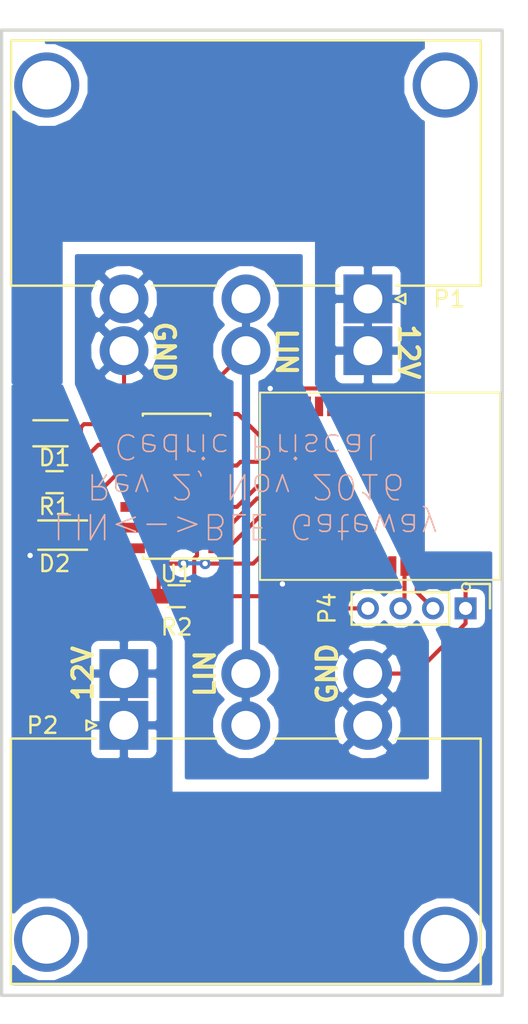
<source format=kicad_pcb>
(kicad_pcb (version 4) (host pcbnew 4.0.5-e0-6337~49~ubuntu16.04.1)

  (general
    (links 33)
    (no_connects 0)
    (area 133.234999 72.525 168.075 135.755)
    (thickness 1.6)
    (drawings 11)
    (tracks 95)
    (zones 0)
    (modules 9)
    (nets 13)
  )

  (page A4)
  (layers
    (0 F.Cu signal)
    (31 B.Cu signal)
    (32 B.Adhes user)
    (33 F.Adhes user)
    (34 B.Paste user)
    (35 F.Paste user)
    (36 B.SilkS user)
    (37 F.SilkS user)
    (38 B.Mask user)
    (39 F.Mask user)
    (40 Dwgs.User user)
    (41 Cmts.User user)
    (42 Eco1.User user)
    (43 Eco2.User user)
    (44 Edge.Cuts user)
    (45 Margin user)
    (46 B.CrtYd user)
    (47 F.CrtYd user)
    (48 B.Fab user)
    (49 F.Fab user)
  )

  (setup
    (last_trace_width 0.25)
    (trace_clearance 0.2)
    (zone_clearance 0.508)
    (zone_45_only no)
    (trace_min 0.1524)
    (segment_width 0.2)
    (edge_width 0.2)
    (via_size 0.6858)
    (via_drill 0.3302)
    (via_min_size 0.6858)
    (via_min_drill 0.3)
    (uvia_size 0.3)
    (uvia_drill 0.1)
    (uvias_allowed no)
    (uvia_min_size 0)
    (uvia_min_drill 0)
    (pcb_text_width 0.3)
    (pcb_text_size 1.5 1.5)
    (mod_edge_width 0.15)
    (mod_text_size 1 1)
    (mod_text_width 0.15)
    (pad_size 1.524 1.524)
    (pad_drill 0.762)
    (pad_to_mask_clearance 0.2)
    (aux_axis_origin 133.5 74.5)
    (visible_elements FFFEEFFF)
    (pcbplotparams
      (layerselection 0x00030_80000001)
      (usegerberextensions false)
      (excludeedgelayer true)
      (linewidth 0.100000)
      (plotframeref false)
      (viasonmask false)
      (mode 1)
      (useauxorigin false)
      (hpglpennumber 1)
      (hpglpenspeed 20)
      (hpglpendiameter 15)
      (hpglpenoverlay 2)
      (psnegative false)
      (psa4output false)
      (plotreference true)
      (plotvalue true)
      (plotinvisibletext false)
      (padsonsilk false)
      (subtractmaskfromsilk false)
      (outputformat 1)
      (mirror false)
      (drillshape 1)
      (scaleselection 1)
      (outputdirectory ""))
  )

  (net 0 "")
  (net 1 GND)
  (net 2 +12V)
  (net 3 "Net-(P4-Pad2)")
  (net 4 "Net-(P4-Pad3)")
  (net 5 "Net-(D1-Pad1)")
  (net 6 +3V3)
  (net 7 /CS/LWAKE)
  (net 8 /FAULT)
  (net 9 /VBAT_RATIO)
  (net 10 /RXD)
  (net 11 /TXD)
  (net 12 /12V_UNPROTECTED)

  (net_class Default "This is the default net class."
    (clearance 0.2)
    (trace_width 0.25)
    (via_dia 0.6858)
    (via_drill 0.3302)
    (uvia_dia 0.3)
    (uvia_drill 0.1)
    (add_net +12V)
    (add_net +3V3)
    (add_net /12V_UNPROTECTED)
    (add_net /CS/LWAKE)
    (add_net /FAULT)
    (add_net /RXD)
    (add_net /TXD)
    (add_net /VBAT_RATIO)
    (add_net GND)
    (add_net "Net-(D1-Pad1)")
    (add_net "Net-(P4-Pad2)")
    (add_net "Net-(P4-Pad3)")
  )

  (module Connectors_Molex:Molex_Sabre_43160-XX03_03x7.49mm_Angled_BoardLock (layer F.Cu) (tedit 5794C14F) (tstamp 583FBBC9)
    (at 141.01 117.18)
    (descr "Sabre™ Right Angle Header, 43160-XX03, http://www.molex.com/pdm_docs/sd/431601102_sd.pdf")
    (tags "connector molex sabre 43160")
    (path /583FBC94)
    (fp_text reference P2 (at -5 0) (layer F.SilkS)
      (effects (font (size 1 1) (thickness 0.15)))
    )
    (fp_text value MOLEX-0431603103 (at 7.49 17.5) (layer F.Fab)
      (effects (font (size 1 1) (thickness 0.15)))
    )
    (fp_line (start -1.7 0) (end -2.3 0.3) (layer F.SilkS) (width 0.15))
    (fp_line (start -2.3 0.3) (end -2.3 -0.3) (layer F.SilkS) (width 0.15))
    (fp_line (start -2.3 -0.3) (end -1.7 0) (layer F.SilkS) (width 0.15))
    (fp_line (start -6.94 0.81) (end -6.94 15.87) (layer F.SilkS) (width 0.15))
    (fp_line (start -6.94 15.87) (end 21.92 15.87) (layer F.SilkS) (width 0.15))
    (fp_line (start 21.92 15.87) (end 21.92 0.81) (layer F.SilkS) (width 0.15))
    (fp_line (start -6.94 0.81) (end -1.75 0.81) (layer F.SilkS) (width 0.15))
    (fp_line (start 1.75 0.81) (end 5.74 0.81) (layer F.SilkS) (width 0.15))
    (fp_line (start 9.24 0.81) (end 13.23 0.81) (layer F.SilkS) (width 0.15))
    (fp_line (start 16.73 0.81) (end 21.92 0.81) (layer F.SilkS) (width 0.15))
    (fp_line (start -7.55 -5.2) (end -7.55 16.45) (layer F.CrtYd) (width 0.05))
    (fp_line (start -7.55 16.45) (end 22.5 16.45) (layer F.CrtYd) (width 0.05))
    (fp_line (start 22.5 16.45) (end 22.5 -5.2) (layer F.CrtYd) (width 0.05))
    (fp_line (start 22.5 -5.2) (end -7.55 -5.2) (layer F.CrtYd) (width 0.05))
    (pad 1 thru_hole rect (at 0 0) (size 3 3) (drill 1.78) (layers *.Cu *.Mask)
      (net 12 /12V_UNPROTECTED))
    (pad 1 thru_hole rect (at 0 -3.18) (size 3 3) (drill 1.78) (layers *.Cu *.Mask)
      (net 12 /12V_UNPROTECTED))
    (pad 2 thru_hole circle (at 7.49 0) (size 3 3) (drill 1.78) (layers *.Cu *.Mask)
      (net 5 "Net-(D1-Pad1)"))
    (pad 2 thru_hole circle (at 7.49 -3.18) (size 3 3) (drill 1.78) (layers *.Cu *.Mask)
      (net 5 "Net-(D1-Pad1)"))
    (pad 3 thru_hole circle (at 14.98 0) (size 3 3) (drill 1.78) (layers *.Cu *.Mask)
      (net 1 GND))
    (pad 3 thru_hole circle (at 14.98 -3.18) (size 3 3) (drill 1.78) (layers *.Cu *.Mask)
      (net 1 GND))
    (pad "" thru_hole circle (at -4.75 13.13) (size 4 4) (drill 3) (layers *.Cu *.Mask))
    (pad "" thru_hole circle (at 19.73 13.13) (size 4 4) (drill 3) (layers *.Cu *.Mask))
  )

  (module Connectors_Molex:Molex_Sabre_43160-XX03_03x7.49mm_Angled_BoardLock (layer F.Cu) (tedit 5794C14F) (tstamp 583D3374)
    (at 156 91 180)
    (descr "Sabre™ Right Angle Header, 43160-XX03, http://www.molex.com/pdm_docs/sd/431601102_sd.pdf")
    (tags "connector molex sabre 43160")
    (path /583D301B)
    (fp_text reference P1 (at -5 0 180) (layer F.SilkS)
      (effects (font (size 1 1) (thickness 0.15)))
    )
    (fp_text value MOLEX-0431603103 (at 7.49 17.5 180) (layer F.Fab)
      (effects (font (size 1 1) (thickness 0.15)))
    )
    (fp_line (start -1.7 0) (end -2.3 0.3) (layer F.SilkS) (width 0.15))
    (fp_line (start -2.3 0.3) (end -2.3 -0.3) (layer F.SilkS) (width 0.15))
    (fp_line (start -2.3 -0.3) (end -1.7 0) (layer F.SilkS) (width 0.15))
    (fp_line (start -6.94 0.81) (end -6.94 15.87) (layer F.SilkS) (width 0.15))
    (fp_line (start -6.94 15.87) (end 21.92 15.87) (layer F.SilkS) (width 0.15))
    (fp_line (start 21.92 15.87) (end 21.92 0.81) (layer F.SilkS) (width 0.15))
    (fp_line (start -6.94 0.81) (end -1.75 0.81) (layer F.SilkS) (width 0.15))
    (fp_line (start 1.75 0.81) (end 5.74 0.81) (layer F.SilkS) (width 0.15))
    (fp_line (start 9.24 0.81) (end 13.23 0.81) (layer F.SilkS) (width 0.15))
    (fp_line (start 16.73 0.81) (end 21.92 0.81) (layer F.SilkS) (width 0.15))
    (fp_line (start -7.55 -5.2) (end -7.55 16.45) (layer F.CrtYd) (width 0.05))
    (fp_line (start -7.55 16.45) (end 22.5 16.45) (layer F.CrtYd) (width 0.05))
    (fp_line (start 22.5 16.45) (end 22.5 -5.2) (layer F.CrtYd) (width 0.05))
    (fp_line (start 22.5 -5.2) (end -7.55 -5.2) (layer F.CrtYd) (width 0.05))
    (pad 1 thru_hole rect (at 0 0 180) (size 3 3) (drill 1.78) (layers *.Cu *.Mask)
      (net 12 /12V_UNPROTECTED))
    (pad 1 thru_hole rect (at 0 -3.18 180) (size 3 3) (drill 1.78) (layers *.Cu *.Mask)
      (net 12 /12V_UNPROTECTED))
    (pad 2 thru_hole circle (at 7.49 0 180) (size 3 3) (drill 1.78) (layers *.Cu *.Mask)
      (net 5 "Net-(D1-Pad1)"))
    (pad 2 thru_hole circle (at 7.49 -3.18 180) (size 3 3) (drill 1.78) (layers *.Cu *.Mask)
      (net 5 "Net-(D1-Pad1)"))
    (pad 3 thru_hole circle (at 14.98 0 180) (size 3 3) (drill 1.78) (layers *.Cu *.Mask)
      (net 1 GND))
    (pad 3 thru_hole circle (at 14.98 -3.18 180) (size 3 3) (drill 1.78) (layers *.Cu *.Mask)
      (net 1 GND))
    (pad "" thru_hole circle (at -4.75 13.13 180) (size 4 4) (drill 3) (layers *.Cu *.Mask))
    (pad "" thru_hole circle (at 19.73 13.13 180) (size 4 4) (drill 3) (layers *.Cu *.Mask))
  )

  (module Resistors_SMD:R_0603_HandSoldering (layer F.Cu) (tedit 58307AEF) (tstamp 583D1F64)
    (at 136.75 102.25)
    (descr "Resistor SMD 0603, hand soldering")
    (tags "resistor 0603")
    (path /583D2468)
    (attr smd)
    (fp_text reference R1 (at 0 1.5) (layer F.SilkS)
      (effects (font (size 1 1) (thickness 0.15)))
    )
    (fp_text value 10k (at 0 1.9) (layer F.Fab)
      (effects (font (size 1 1) (thickness 0.15)))
    )
    (fp_line (start -0.8 0.4) (end -0.8 -0.4) (layer F.Fab) (width 0.1))
    (fp_line (start 0.8 0.4) (end -0.8 0.4) (layer F.Fab) (width 0.1))
    (fp_line (start 0.8 -0.4) (end 0.8 0.4) (layer F.Fab) (width 0.1))
    (fp_line (start -0.8 -0.4) (end 0.8 -0.4) (layer F.Fab) (width 0.1))
    (fp_line (start -2 -0.8) (end 2 -0.8) (layer F.CrtYd) (width 0.05))
    (fp_line (start -2 0.8) (end 2 0.8) (layer F.CrtYd) (width 0.05))
    (fp_line (start -2 -0.8) (end -2 0.8) (layer F.CrtYd) (width 0.05))
    (fp_line (start 2 -0.8) (end 2 0.8) (layer F.CrtYd) (width 0.05))
    (fp_line (start 0.5 0.675) (end -0.5 0.675) (layer F.SilkS) (width 0.15))
    (fp_line (start -0.5 -0.675) (end 0.5 -0.675) (layer F.SilkS) (width 0.15))
    (pad 1 smd rect (at -1.1 0) (size 1.2 0.9) (layers F.Cu F.Paste F.Mask)
      (net 2 +12V))
    (pad 2 smd rect (at 1.1 0) (size 1.2 0.9) (layers F.Cu F.Paste F.Mask)
      (net 5 "Net-(D1-Pad1)"))
    (model Resistors_SMD.3dshapes/R_0603_HandSoldering.wrl
      (at (xyz 0 0 0))
      (scale (xyz 1 1 1))
      (rotate (xyz 0 0 0))
    )
  )

  (module Pin_Headers:Pin_Header_Straight_1x04_Pitch2.00mm (layer F.Cu) (tedit 56FA75DA) (tstamp 58085EF5)
    (at 162 110 270)
    (descr "Through hole pin header, 1x04, 2.00mm pitch, single row")
    (tags "pin header single row")
    (path /580874C5)
    (fp_text reference P4 (at 0 8.5 270) (layer F.SilkS)
      (effects (font (size 1 1) (thickness 0.15)))
    )
    (fp_text value CONN_01X03 (at 0 -3 270) (layer F.Fab)
      (effects (font (size 1 1) (thickness 0.15)))
    )
    (fp_line (start -1 1) (end 1 1) (layer F.SilkS) (width 0.15))
    (fp_line (start 1 1) (end 1 7) (layer F.SilkS) (width 0.15))
    (fp_line (start 1 7) (end -1 7) (layer F.SilkS) (width 0.15))
    (fp_line (start -1 7) (end -1 1) (layer F.SilkS) (width 0.15))
    (fp_line (start -1.6 -1.6) (end 1.6 -1.6) (layer F.CrtYd) (width 0.05))
    (fp_line (start 1.6 -1.6) (end 1.6 7.6) (layer F.CrtYd) (width 0.05))
    (fp_line (start 1.6 7.6) (end -1.6 7.6) (layer F.CrtYd) (width 0.05))
    (fp_line (start -1.6 7.6) (end -1.6 -1.6) (layer F.CrtYd) (width 0.05))
    (fp_line (start -1.5 0) (end -1.5 -1.5) (layer F.SilkS) (width 0.15))
    (fp_line (start -1.5 -1.5) (end 0 -1.5) (layer F.SilkS) (width 0.15))
    (pad 1 thru_hole rect (at 0 0 270) (size 1.35 1.35) (drill 0.8) (layers *.Cu *.Mask)
      (net 1 GND))
    (pad 2 thru_hole circle (at 0 2 270) (size 1.35 1.35) (drill 0.8) (layers *.Cu *.Mask)
      (net 3 "Net-(P4-Pad2)"))
    (pad 3 thru_hole circle (at 0 4 270) (size 1.35 1.35) (drill 0.8) (layers *.Cu *.Mask)
      (net 4 "Net-(P4-Pad3)"))
    (pad 4 thru_hole circle (at 0 6 270) (size 1.35 1.35) (drill 0.8) (layers *.Cu *.Mask)
      (net 6 +3V3))
    (model Pin_Headers.3dshapes/Pin_Header_Straight_1x04_Pitch2.00mm.wrl
      (at (xyz 0 0 0))
      (scale (xyz 1 1 1))
      (rotate (xyz 0 0 0))
    )
  )

  (module Diodes_SMD:SOD-123 (layer F.Cu) (tedit 5753A53E) (tstamp 580859BD)
    (at 136.75 105.5 180)
    (descr SOD-123)
    (tags SOD-123)
    (path /58088008)
    (attr smd)
    (fp_text reference D2 (at 0 -1.75 180) (layer F.SilkS)
      (effects (font (size 1 1) (thickness 0.15)))
    )
    (fp_text value 1N4148 (at 0 2.1 180) (layer F.Fab)
      (effects (font (size 1 1) (thickness 0.15)))
    )
    (fp_line (start 0.25 0) (end 0.75 0) (layer F.Fab) (width 0.15))
    (fp_line (start 0.25 0.4) (end -0.35 0) (layer F.Fab) (width 0.15))
    (fp_line (start 0.25 -0.4) (end 0.25 0.4) (layer F.Fab) (width 0.15))
    (fp_line (start -0.35 0) (end 0.25 -0.4) (layer F.Fab) (width 0.15))
    (fp_line (start -0.35 0) (end -0.35 0.55) (layer F.Fab) (width 0.15))
    (fp_line (start -0.35 0) (end -0.35 -0.55) (layer F.Fab) (width 0.15))
    (fp_line (start -0.75 0) (end -0.35 0) (layer F.Fab) (width 0.15))
    (fp_line (start -1.35 0.8) (end -1.35 -0.8) (layer F.Fab) (width 0.15))
    (fp_line (start 1.35 0.8) (end -1.35 0.8) (layer F.Fab) (width 0.15))
    (fp_line (start 1.35 -0.8) (end 1.35 0.8) (layer F.Fab) (width 0.15))
    (fp_line (start -1.35 -0.8) (end 1.35 -0.8) (layer F.Fab) (width 0.15))
    (fp_line (start -2.25 -1.05) (end 2.25 -1.05) (layer F.CrtYd) (width 0.05))
    (fp_line (start 2.25 -1.05) (end 2.25 1.05) (layer F.CrtYd) (width 0.05))
    (fp_line (start 2.25 1.05) (end -2.25 1.05) (layer F.CrtYd) (width 0.05))
    (fp_line (start -2.25 -1.05) (end -2.25 1.05) (layer F.CrtYd) (width 0.05))
    (fp_line (start -2 0.9) (end 1 0.9) (layer F.SilkS) (width 0.15))
    (fp_line (start -2 -0.9) (end 1 -0.9) (layer F.SilkS) (width 0.15))
    (pad 1 smd rect (at -1.635 0 180) (size 0.91 1.22) (layers F.Cu F.Paste F.Mask)
      (net 2 +12V))
    (pad 2 smd rect (at 1.635 0 180) (size 0.91 1.22) (layers F.Cu F.Paste F.Mask)
      (net 12 /12V_UNPROTECTED))
    (model ${KISYS3DMOD}/Diodes_SMD.3dshapes/SOD-123.wrl
      (at (xyz 0 0 0))
      (scale (xyz 1 1 1))
      (rotate (xyz 0 0 0))
    )
  )

  (module Diodes_SMD:SOD-323_HandSoldering (layer F.Cu) (tedit 57A875DC) (tstamp 580859B7)
    (at 136.75 99.25)
    (descr SOD-323)
    (tags SOD-323)
    (path /58088341)
    (attr smd)
    (fp_text reference D1 (at 0 1.5) (layer F.SilkS)
      (effects (font (size 1 1) (thickness 0.15)))
    )
    (fp_text value RSB36V (at 0.1 1.9) (layer F.Fab)
      (effects (font (size 1 1) (thickness 0.15)))
    )
    (fp_line (start 0.2 0) (end 0.45 0) (layer F.Fab) (width 0.15))
    (fp_line (start 0.2 0.35) (end -0.3 0) (layer F.Fab) (width 0.15))
    (fp_line (start 0.2 -0.35) (end 0.2 0.35) (layer F.Fab) (width 0.15))
    (fp_line (start -0.3 0) (end 0.2 -0.35) (layer F.Fab) (width 0.15))
    (fp_line (start -0.3 0) (end -0.5 0) (layer F.Fab) (width 0.15))
    (fp_line (start -0.3 -0.35) (end -0.3 0.35) (layer F.Fab) (width 0.15))
    (fp_line (start -0.85 0.65) (end -0.85 -0.65) (layer F.Fab) (width 0.15))
    (fp_line (start 0.85 0.65) (end -0.85 0.65) (layer F.Fab) (width 0.15))
    (fp_line (start 0.85 -0.65) (end 0.85 0.65) (layer F.Fab) (width 0.15))
    (fp_line (start -0.85 -0.65) (end 0.85 -0.65) (layer F.Fab) (width 0.15))
    (fp_line (start -1.9 -0.95) (end 1.9 -0.95) (layer F.CrtYd) (width 0.05))
    (fp_line (start 1.9 -0.95) (end 1.9 0.95) (layer F.CrtYd) (width 0.05))
    (fp_line (start -1.9 0.95) (end 1.9 0.95) (layer F.CrtYd) (width 0.05))
    (fp_line (start -1.9 -0.95) (end -1.9 0.95) (layer F.CrtYd) (width 0.05))
    (fp_line (start -1.3 0.8) (end 0.8 0.8) (layer F.SilkS) (width 0.15))
    (fp_line (start -1.3 -0.8) (end 0.8 -0.8) (layer F.SilkS) (width 0.15))
    (pad 1 smd rect (at -1.25 0) (size 1 1) (layers F.Cu F.Paste F.Mask)
      (net 5 "Net-(D1-Pad1)"))
    (pad 2 smd rect (at 1.25 0) (size 1 1) (layers F.Cu F.Paste F.Mask)
      (net 1 GND))
    (model Diodes_SMD.3dshapes/SOD-323.wrl
      (at (xyz 0 0 0))
      (scale (xyz 1 1 1))
      (rotate (xyz 0 0 180))
    )
  )

  (module Housings_SOIC:SOIC-14_3.9x8.7mm_Pitch1.27mm (layer F.Cu) (tedit 574D9791) (tstamp 580718C0)
    (at 144.25 102.5 180)
    (descr "14-Lead Plastic Small Outline (SL) - Narrow, 3.90 mm Body [SOIC] (see Microchip Packaging Specification 00000049BS.pdf)")
    (tags "SOIC 1.27")
    (path /5807224D)
    (attr smd)
    (fp_text reference U1 (at 0 -5.375 180) (layer F.SilkS)
      (effects (font (size 1 1) (thickness 0.15)))
    )
    (fp_text value MCP2050 (at 0 5.375 180) (layer F.Fab)
      (effects (font (size 1 1) (thickness 0.15)))
    )
    (fp_line (start -0.95 -4.35) (end 1.95 -4.35) (layer F.Fab) (width 0.15))
    (fp_line (start 1.95 -4.35) (end 1.95 4.35) (layer F.Fab) (width 0.15))
    (fp_line (start 1.95 4.35) (end -1.95 4.35) (layer F.Fab) (width 0.15))
    (fp_line (start -1.95 4.35) (end -1.95 -3.35) (layer F.Fab) (width 0.15))
    (fp_line (start -1.95 -3.35) (end -0.95 -4.35) (layer F.Fab) (width 0.15))
    (fp_line (start -3.7 -4.65) (end -3.7 4.65) (layer F.CrtYd) (width 0.05))
    (fp_line (start 3.7 -4.65) (end 3.7 4.65) (layer F.CrtYd) (width 0.05))
    (fp_line (start -3.7 -4.65) (end 3.7 -4.65) (layer F.CrtYd) (width 0.05))
    (fp_line (start -3.7 4.65) (end 3.7 4.65) (layer F.CrtYd) (width 0.05))
    (fp_line (start -2.075 -4.45) (end -2.075 -4.425) (layer F.SilkS) (width 0.15))
    (fp_line (start 2.075 -4.45) (end 2.075 -4.335) (layer F.SilkS) (width 0.15))
    (fp_line (start 2.075 4.45) (end 2.075 4.335) (layer F.SilkS) (width 0.15))
    (fp_line (start -2.075 4.45) (end -2.075 4.335) (layer F.SilkS) (width 0.15))
    (fp_line (start -2.075 -4.45) (end 2.075 -4.45) (layer F.SilkS) (width 0.15))
    (fp_line (start -2.075 4.45) (end 2.075 4.45) (layer F.SilkS) (width 0.15))
    (fp_line (start -2.075 -4.425) (end -3.45 -4.425) (layer F.SilkS) (width 0.15))
    (pad 1 smd rect (at -2.7 -3.81 180) (size 1.5 0.6) (layers F.Cu F.Paste F.Mask)
      (net 9 /VBAT_RATIO))
    (pad 2 smd rect (at -2.7 -2.54 180) (size 1.5 0.6) (layers F.Cu F.Paste F.Mask)
      (net 10 /RXD))
    (pad 3 smd rect (at -2.7 -1.27 180) (size 1.5 0.6) (layers F.Cu F.Paste F.Mask)
      (net 7 /CS/LWAKE))
    (pad 4 smd rect (at -2.7 0 180) (size 1.5 0.6) (layers F.Cu F.Paste F.Mask)
      (net 6 +3V3))
    (pad 5 smd rect (at -2.7 1.27 180) (size 1.5 0.6) (layers F.Cu F.Paste F.Mask)
      (net 11 /TXD))
    (pad 6 smd rect (at -2.7 2.54 180) (size 1.5 0.6) (layers F.Cu F.Paste F.Mask))
    (pad 7 smd rect (at -2.7 3.81 180) (size 1.5 0.6) (layers F.Cu F.Paste F.Mask))
    (pad 8 smd rect (at 2.7 3.81 180) (size 1.5 0.6) (layers F.Cu F.Paste F.Mask)
      (net 1 GND))
    (pad 9 smd rect (at 2.7 2.54 180) (size 1.5 0.6) (layers F.Cu F.Paste F.Mask)
      (net 5 "Net-(D1-Pad1)"))
    (pad 10 smd rect (at 2.7 1.27 180) (size 1.5 0.6) (layers F.Cu F.Paste F.Mask)
      (net 2 +12V))
    (pad 11 smd rect (at 2.7 0 180) (size 1.5 0.6) (layers F.Cu F.Paste F.Mask)
      (net 8 /FAULT))
    (pad 12 smd rect (at 2.7 -1.27 180) (size 1.5 0.6) (layers F.Cu F.Paste F.Mask))
    (pad 13 smd rect (at 2.7 -2.54 180) (size 1.5 0.6) (layers F.Cu F.Paste F.Mask))
    (pad 14 smd rect (at 2.7 -3.81 180) (size 1.5 0.6) (layers F.Cu F.Paste F.Mask))
    (model Housings_SOIC.3dshapes/SOIC-14_3.9x8.7mm_Pitch1.27mm.wrl
      (at (xyz 0 0 0))
      (scale (xyz 1 1 1))
      (rotate (xyz 0 0 0))
    )
  )

  (module Resistors_SMD:R_0603_HandSoldering (layer F.Cu) (tedit 58307AEF) (tstamp 58071F28)
    (at 144.25 109.25 180)
    (descr "Resistor SMD 0603, hand soldering")
    (tags "resistor 0603")
    (path /58073BC8)
    (attr smd)
    (fp_text reference R2 (at 0 -1.9 180) (layer F.SilkS)
      (effects (font (size 1 1) (thickness 0.15)))
    )
    (fp_text value 10k (at 0 1.9 180) (layer F.Fab)
      (effects (font (size 1 1) (thickness 0.15)))
    )
    (fp_line (start -0.8 0.4) (end -0.8 -0.4) (layer F.Fab) (width 0.1))
    (fp_line (start 0.8 0.4) (end -0.8 0.4) (layer F.Fab) (width 0.1))
    (fp_line (start 0.8 -0.4) (end 0.8 0.4) (layer F.Fab) (width 0.1))
    (fp_line (start -0.8 -0.4) (end 0.8 -0.4) (layer F.Fab) (width 0.1))
    (fp_line (start -2 -0.8) (end 2 -0.8) (layer F.CrtYd) (width 0.05))
    (fp_line (start -2 0.8) (end 2 0.8) (layer F.CrtYd) (width 0.05))
    (fp_line (start -2 -0.8) (end -2 0.8) (layer F.CrtYd) (width 0.05))
    (fp_line (start 2 -0.8) (end 2 0.8) (layer F.CrtYd) (width 0.05))
    (fp_line (start 0.5 0.675) (end -0.5 0.675) (layer F.SilkS) (width 0.15))
    (fp_line (start -0.5 -0.675) (end 0.5 -0.675) (layer F.SilkS) (width 0.15))
    (pad 1 smd rect (at -1.1 0 180) (size 1.2 0.9) (layers F.Cu F.Paste F.Mask)
      (net 6 +3V3))
    (pad 2 smd rect (at 1.1 0 180) (size 1.2 0.9) (layers F.Cu F.Paste F.Mask)
      (net 8 /FAULT))
    (model Resistors_SMD.3dshapes/R_0603_HandSoldering.wrl
      (at (xyz 0 0 0))
      (scale (xyz 1 1 1))
      (rotate (xyz 0 0 0))
    )
  )

  (module RF_Modules:Laird_BL652 (layer F.Cu) (tedit 5862C437) (tstamp 5862C5C3)
    (at 156.375 102.5 180)
    (path /5807152B)
    (fp_text reference U2 (at 0 1.25 180) (layer F.Fab)
      (effects (font (size 2 2) (thickness 0.15)))
    )
    (fp_text value BL652 (at -0.05 -1.25 180) (layer F.Fab)
      (effects (font (size 1 1) (thickness 0.15)))
    )
    (fp_line (start -7.75 5.75) (end -7.75 -5.75) (layer F.Fab) (width 0.1))
    (fp_line (start 7 5.75) (end -7.75 5.75) (layer F.Fab) (width 0.1))
    (fp_line (start 7 -5.75) (end 7 5.75) (layer F.Fab) (width 0.1))
    (fp_line (start -7.75 -5.75) (end 7 -5.75) (layer F.Fab) (width 0.1))
    (fp_circle (center -5.65 -6.2) (end -5.65 -5.95) (layer F.SilkS) (width 0.12))
    (fp_line (start -7.75 5.75) (end -7.75 -5.75) (layer F.SilkS) (width 0.12))
    (fp_line (start 7 5.75) (end -7.75 5.75) (layer F.SilkS) (width 0.12))
    (fp_line (start 7 -5.75) (end 7 5.75) (layer F.SilkS) (width 0.12))
    (fp_line (start -7.75 -5.75) (end 7 -5.75) (layer F.SilkS) (width 0.12))
    (fp_line (start 6.175 5) (end -7.825 5) (layer F.CrtYd) (width 0.05))
    (fp_line (start 6.175 -5) (end 6.175 5) (layer F.CrtYd) (width 0.05))
    (fp_line (start -7.825 -5) (end 6.175 -5) (layer F.CrtYd) (width 0.05))
    (fp_line (start -7.825 -5) (end -7.825 5) (layer F.CrtYd) (width 0.05))
    (pad 1 smd rect (at -5.625 -4.9 270) (size 1.2 0.5) (layers F.Cu F.Paste F.Mask)
      (net 1 GND))
    (pad 2 smd rect (at -4.875 -4.9 270) (size 1.2 0.5) (layers F.Cu F.Paste F.Mask))
    (pad 3 smd rect (at -4.125 -4.9 270) (size 1.2 0.5) (layers F.Cu F.Paste F.Mask))
    (pad 4 smd rect (at -3.375 -4.9 270) (size 1.2 0.5) (layers F.Cu F.Paste F.Mask))
    (pad 5 smd rect (at -2.625 -4.9 270) (size 1.2 0.5) (layers F.Cu F.Paste F.Mask)
      (net 3 "Net-(P4-Pad2)"))
    (pad 6 smd rect (at -1.875 -4.9 270) (size 1.2 0.5) (layers F.Cu F.Paste F.Mask)
      (net 4 "Net-(P4-Pad3)"))
    (pad 7 smd rect (at -1.125 -4.9 270) (size 1.2 0.5) (layers F.Cu F.Paste F.Mask))
    (pad 8 smd rect (at -0.375 -4.9 270) (size 1.2 0.5) (layers F.Cu F.Paste F.Mask))
    (pad 9 smd rect (at 0.375 -4.9 270) (size 1.2 0.5) (layers F.Cu F.Paste F.Mask))
    (pad 10 smd rect (at 1.125 -4.9 270) (size 1.2 0.5) (layers F.Cu F.Paste F.Mask))
    (pad 11 smd rect (at 1.875 -4.9 270) (size 1.2 0.5) (layers F.Cu F.Paste F.Mask))
    (pad 12 smd rect (at 2.625 -4.9 270) (size 1.2 0.5) (layers F.Cu F.Paste F.Mask))
    (pad 13 smd rect (at 3.375 -4.9 270) (size 1.2 0.5) (layers F.Cu F.Paste F.Mask))
    (pad 14 smd rect (at 4.125 -4.9 270) (size 1.2 0.5) (layers F.Cu F.Paste F.Mask))
    (pad 15 smd rect (at 4.875 -4.9 270) (size 1.2 0.5) (layers F.Cu F.Paste F.Mask))
    (pad 16 smd rect (at 5.625 -4.9 270) (size 1.2 0.5) (layers F.Cu F.Paste F.Mask)
      (net 1 GND))
    (pad 17 smd rect (at 6.075 -3.75 180) (size 1.2 0.5) (layers F.Cu F.Paste F.Mask)
      (net 8 /FAULT))
    (pad 18 smd rect (at 6.075 -3 180) (size 1.2 0.5) (layers F.Cu F.Paste F.Mask))
    (pad 19 smd rect (at 6.075 -2.25 180) (size 1.2 0.5) (layers F.Cu F.Paste F.Mask))
    (pad 20 smd rect (at 6.075 -1.5 180) (size 1.2 0.5) (layers F.Cu F.Paste F.Mask)
      (net 9 /VBAT_RATIO))
    (pad 21 smd rect (at 6.075 -0.75 180) (size 1.2 0.5) (layers F.Cu F.Paste F.Mask)
      (net 10 /RXD))
    (pad 22 smd rect (at 6.075 0 180) (size 1.2 0.5) (layers F.Cu F.Paste F.Mask)
      (net 7 /CS/LWAKE))
    (pad 23 smd rect (at 6.075 0.75 180) (size 1.2 0.5) (layers F.Cu F.Paste F.Mask))
    (pad 24 smd rect (at 6.075 1.5 180) (size 1.2 0.5) (layers F.Cu F.Paste F.Mask)
      (net 11 /TXD))
    (pad 25 smd rect (at 6.075 2.25 180) (size 1.2 0.5) (layers F.Cu F.Paste F.Mask))
    (pad 26 smd rect (at 6.075 3 180) (size 1.2 0.5) (layers F.Cu F.Paste F.Mask)
      (net 6 +3V3))
    (pad 27 smd rect (at 6.075 3.75 180) (size 1.2 0.5) (layers F.Cu F.Paste F.Mask)
      (net 1 GND))
    (pad 28 smd rect (at 5.625 4.9 270) (size 1.2 0.5) (layers F.Cu F.Paste F.Mask))
    (pad 29 smd rect (at 4.875 4.9 270) (size 1.2 0.5) (layers F.Cu F.Paste F.Mask))
    (pad 30 smd rect (at 4.125 4.9 270) (size 1.2 0.5) (layers F.Cu F.Paste F.Mask))
    (pad 31 smd rect (at 3.375 4.9 270) (size 1.2 0.5) (layers F.Cu F.Paste F.Mask))
    (pad 32 smd rect (at 2.625 4.9 270) (size 1.2 0.5) (layers F.Cu F.Paste F.Mask))
    (pad 33 smd rect (at 1.875 4.9 270) (size 1.2 0.5) (layers F.Cu F.Paste F.Mask))
    (pad 34 smd rect (at 1.125 4.9 270) (size 1.2 0.5) (layers F.Cu F.Paste F.Mask))
    (pad 35 smd rect (at 0.375 4.9 270) (size 1.2 0.5) (layers F.Cu F.Paste F.Mask))
    (pad 36 smd rect (at -0.375 4.9 270) (size 1.2 0.5) (layers F.Cu F.Paste F.Mask))
    (pad 37 smd rect (at -1.125 4.9 270) (size 1.2 0.5) (layers F.Cu F.Paste F.Mask))
    (pad 38 smd rect (at -1.875 4.9 270) (size 1.2 0.5) (layers F.Cu F.Paste F.Mask))
    (pad 39 smd rect (at -2.625 4.9 270) (size 1.2 0.5) (layers F.Cu F.Paste F.Mask)
      (net 1 GND))
  )

  (gr_text 12V (at 158.5 94.25 270) (layer F.SilkS) (tstamp 583FCF22)
    (effects (font (size 1.2 1.2) (thickness 0.25)))
  )
  (gr_text LIN (at 151 94.25 270) (layer F.SilkS) (tstamp 583FCF0D)
    (effects (font (size 1.2 1.2) (thickness 0.25)))
  )
  (gr_text GND (at 143.5 94.25 270) (layer F.SilkS) (tstamp 583FCEF7)
    (effects (font (size 1.2 1.2) (thickness 0.25)))
  )
  (gr_line (start 133.5 133.75) (end 133.5 74.5) (layer Edge.Cuts) (width 0.2))
  (gr_line (start 164.25 133.75) (end 133.5 133.75) (layer Edge.Cuts) (width 0.2))
  (gr_line (start 164.25 74.5) (end 164.25 133.75) (layer Edge.Cuts) (width 0.2))
  (gr_line (start 133.5 74.5) (end 164.25 74.5) (layer Edge.Cuts) (width 0.2))
  (gr_text "LIN<->BLE Gateway\nRev 2, Nov 2016\nCedric Priscal" (at 148.5 102.5 180) (layer B.SilkS)
    (effects (font (thickness 0.1016)) (justify mirror))
  )
  (gr_text 12V (at 138.5 114 90) (layer F.SilkS) (tstamp 580866BB)
    (effects (font (size 1.2 1.2) (thickness 0.25)))
  )
  (gr_text GND (at 153.5 114 90) (layer F.SilkS) (tstamp 580866A5)
    (effects (font (size 1.2 1.2) (thickness 0.25)))
  )
  (gr_text LIN (at 146 114 90) (layer F.SilkS) (tstamp 58086673)
    (effects (font (size 1.2 1.2) (thickness 0.25)))
  )

  (segment (start 164.25 111) (end 164.25 96.25) (width 0.25) (layer Dwgs.User) (net 0))
  (segment (start 164.25 96.5) (end 164.25 111) (width 0.25) (layer Dwgs.User) (net 0))
  (segment (start 150.3 98.75) (end 149.95 98.75) (width 0.25) (layer F.Cu) (net 1))
  (segment (start 149.95 98.75) (end 149.45 98.25) (width 0.25) (layer F.Cu) (net 1))
  (segment (start 149.657101 96.842899) (end 150 96.5) (width 0.25) (layer F.Cu) (net 1))
  (segment (start 149.45 98.25) (end 149.45 97.05) (width 0.25) (layer F.Cu) (net 1))
  (segment (start 149.45 97.05) (end 149.657101 96.842899) (width 0.25) (layer F.Cu) (net 1))
  (segment (start 159 97.6) (end 159 96.75) (width 0.25) (layer F.Cu) (net 1))
  (segment (start 159 96.75) (end 158.75 96.5) (width 0.25) (layer F.Cu) (net 1))
  (segment (start 158.75 96.5) (end 150 96.5) (width 0.25) (layer F.Cu) (net 1))
  (via (at 150 96.5) (size 0.6858) (drill 0.3302) (layers F.Cu B.Cu) (net 1))
  (segment (start 150.75 107.4) (end 150.75 108.5) (width 0.25) (layer F.Cu) (net 1))
  (via (at 150.75 108.5) (size 0.6858) (drill 0.3302) (layers F.Cu B.Cu) (net 1))
  (segment (start 141.02 94.18) (end 141.02 98.16) (width 0.25) (layer F.Cu) (net 1))
  (segment (start 141.02 98.16) (end 141.55 98.69) (width 0.25) (layer F.Cu) (net 1))
  (segment (start 162 110) (end 162 110.925) (width 0.25) (layer F.Cu) (net 1))
  (segment (start 162 110.925) (end 158.925 114) (width 0.25) (layer F.Cu) (net 1))
  (segment (start 158.925 114) (end 158.11132 114) (width 0.25) (layer F.Cu) (net 1))
  (segment (start 158.11132 114) (end 155.99 114) (width 0.25) (layer F.Cu) (net 1))
  (segment (start 155.99 113.74) (end 155.99 114) (width 0.25) (layer B.Cu) (net 1))
  (segment (start 162 110) (end 162 107.4) (width 0.25) (layer F.Cu) (net 1))
  (segment (start 141.55 98.69) (end 138.56 98.69) (width 0.25) (layer F.Cu) (net 1))
  (segment (start 138.56 98.69) (end 138 99.25) (width 0.25) (layer F.Cu) (net 1))
  (segment (start 141.55 101.23) (end 141.1 101.23) (width 0.25) (layer F.Cu) (net 2))
  (segment (start 141.1 101.23) (end 138.385 103.945) (width 0.25) (layer F.Cu) (net 2))
  (segment (start 138.385 103.945) (end 138.385 104.64) (width 0.25) (layer F.Cu) (net 2))
  (segment (start 138.385 104.64) (end 138.385 105.5) (width 0.25) (layer F.Cu) (net 2))
  (segment (start 135.65 102.25) (end 135.8 102.25) (width 0.25) (layer F.Cu) (net 2))
  (segment (start 135.8 102.25) (end 138.385 104.835) (width 0.25) (layer F.Cu) (net 2))
  (segment (start 138.385 104.835) (end 138.385 105.5) (width 0.25) (layer F.Cu) (net 2))
  (segment (start 160 110) (end 159 109) (width 0.25) (layer F.Cu) (net 3))
  (segment (start 159 109) (end 159 107.4) (width 0.25) (layer F.Cu) (net 3))
  (segment (start 158 110) (end 158.25 109.75) (width 0.25) (layer F.Cu) (net 4))
  (segment (start 158.25 109.75) (end 158.25 108.25) (width 0.25) (layer F.Cu) (net 4))
  (segment (start 158.25 108.25) (end 158.25 107.4) (width 0.25) (layer F.Cu) (net 4))
  (segment (start 141.55 99.96) (end 142.73 99.96) (width 0.25) (layer F.Cu) (net 5))
  (segment (start 142.73 99.96) (end 148.51 94.18) (width 0.25) (layer F.Cu) (net 5))
  (segment (start 148.51 94.18) (end 148.51 100) (width 0.508) (layer B.Cu) (net 5))
  (segment (start 148.51 100) (end 148.51 113.99) (width 0.508) (layer B.Cu) (net 5))
  (segment (start 141.55 99.96) (end 139.44 99.96) (width 0.25) (layer F.Cu) (net 5))
  (segment (start 139.44 99.96) (end 137.85 101.55) (width 0.25) (layer F.Cu) (net 5))
  (segment (start 137.85 101.55) (end 137.85 102.25) (width 0.25) (layer F.Cu) (net 5))
  (segment (start 135.5 99.25) (end 136.25 99.25) (width 0.25) (layer F.Cu) (net 5))
  (segment (start 137.85 100.85) (end 137.85 101.55) (width 0.25) (layer F.Cu) (net 5))
  (segment (start 136.25 99.25) (end 137.85 100.85) (width 0.25) (layer F.Cu) (net 5))
  (segment (start 148.5 114) (end 148.5 117.18) (width 0.508) (layer B.Cu) (net 5))
  (segment (start 148.51 113.99) (end 148.5 114) (width 0.25) (layer B.Cu) (net 5))
  (segment (start 148.51 91) (end 148.51 94.18) (width 0.508) (layer B.Cu) (net 5))
  (segment (start 145.35 108.55) (end 145.332098 108.532098) (width 0.25) (layer F.Cu) (net 6))
  (segment (start 145.5 106.761502) (end 145.5 102.5) (width 0.25) (layer F.Cu) (net 6))
  (segment (start 145.332098 108.532098) (end 145.332098 106.929404) (width 0.25) (layer F.Cu) (net 6))
  (segment (start 145.332098 106.929404) (end 145.5 106.761502) (width 0.25) (layer F.Cu) (net 6))
  (segment (start 145.35 109.25) (end 145.35 108.55) (width 0.25) (layer F.Cu) (net 6))
  (segment (start 156 110) (end 150.25 110) (width 0.25) (layer F.Cu) (net 6))
  (segment (start 150.25 110) (end 149.5 109.25) (width 0.25) (layer F.Cu) (net 6))
  (segment (start 149.5 109.25) (end 145.35 109.25) (width 0.25) (layer F.Cu) (net 6))
  (segment (start 145.5 102.5) (end 145.5 98.504998) (width 0.25) (layer F.Cu) (net 6))
  (segment (start 145.5 98.504998) (end 145.939999 98.064999) (width 0.25) (layer F.Cu) (net 6))
  (segment (start 145.939999 98.064999) (end 148.014999 98.064999) (width 0.25) (layer F.Cu) (net 6))
  (segment (start 148.014999 98.064999) (end 149.45 99.5) (width 0.25) (layer F.Cu) (net 6))
  (segment (start 149.45 99.5) (end 150.3 99.5) (width 0.25) (layer F.Cu) (net 6))
  (segment (start 145.5 102.5) (end 146.95 102.5) (width 0.25) (layer F.Cu) (net 6))
  (segment (start 146.95 103.77) (end 147.95 103.77) (width 0.25) (layer F.Cu) (net 7))
  (segment (start 147.95 103.77) (end 149.22 102.5) (width 0.25) (layer F.Cu) (net 7))
  (segment (start 149.22 102.5) (end 149.45 102.5) (width 0.25) (layer F.Cu) (net 7))
  (segment (start 149.45 102.5) (end 150.3 102.5) (width 0.25) (layer F.Cu) (net 7))
  (segment (start 143.15 107.75) (end 143.15 107.25) (width 0.25) (layer F.Cu) (net 8))
  (segment (start 143.15 107.25) (end 143.15 102.5) (width 0.25) (layer F.Cu) (net 8))
  (segment (start 143.25 107.25) (end 143.15 107.25) (width 0.25) (layer F.Cu) (net 8))
  (segment (start 143.25 107.25) (end 144.646876 107.25) (width 0.25) (layer F.Cu) (net 8))
  (segment (start 144.646876 107.25) (end 144.664189 107.232687) (width 0.25) (layer F.Cu) (net 8))
  (segment (start 150.3 106.25) (end 149.95 106.25) (width 0.25) (layer F.Cu) (net 8))
  (segment (start 148.95 107.25) (end 146.000012 107.25) (width 0.25) (layer F.Cu) (net 8))
  (segment (start 149.95 106.25) (end 148.95 107.25) (width 0.25) (layer F.Cu) (net 8))
  (segment (start 146.000012 107.25) (end 146 107.249988) (width 0.25) (layer F.Cu) (net 8))
  (segment (start 145.982699 107.232687) (end 146 107.249988) (width 0.25) (layer B.Cu) (net 8))
  (segment (start 144.664189 107.232687) (end 145.982699 107.232687) (width 0.25) (layer B.Cu) (net 8))
  (via (at 146 107.249988) (size 0.6858) (drill 0.3302) (layers F.Cu B.Cu) (net 8))
  (via (at 144.664189 107.232687) (size 0.6858) (drill 0.3302) (layers F.Cu B.Cu) (net 8))
  (segment (start 143.15 102.5) (end 141.55 102.5) (width 0.25) (layer F.Cu) (net 8))
  (segment (start 143.15 109.25) (end 143.15 107.75) (width 0.25) (layer F.Cu) (net 8))
  (segment (start 146.95 106.31) (end 147.4 106.31) (width 0.25) (layer F.Cu) (net 9))
  (segment (start 147.4 106.31) (end 149.71 104) (width 0.25) (layer F.Cu) (net 9))
  (segment (start 149.71 104) (end 150.3 104) (width 0.25) (layer F.Cu) (net 9))
  (segment (start 146.95 105.04) (end 147.4 105.04) (width 0.25) (layer F.Cu) (net 10))
  (segment (start 147.4 105.04) (end 149.19 103.25) (width 0.25) (layer F.Cu) (net 10))
  (segment (start 149.19 103.25) (end 149.45 103.25) (width 0.25) (layer F.Cu) (net 10))
  (segment (start 149.45 103.25) (end 150.3 103.25) (width 0.25) (layer F.Cu) (net 10))
  (segment (start 146.95 101.23) (end 147.95 101.23) (width 0.25) (layer F.Cu) (net 11))
  (segment (start 147.95 101.23) (end 148.18 101) (width 0.25) (layer F.Cu) (net 11))
  (segment (start 148.18 101) (end 149.45 101) (width 0.25) (layer F.Cu) (net 11))
  (segment (start 149.45 101) (end 150.3 101) (width 0.25) (layer F.Cu) (net 11))
  (segment (start 135.115 105.5) (end 135.115 106.615) (width 0.25) (layer F.Cu) (net 12))
  (segment (start 135.115 106.615) (end 135.25 106.75) (width 0.25) (layer F.Cu) (net 12))
  (via (at 135.25 106.75) (size 0.6858) (drill 0.3302) (layers F.Cu B.Cu) (net 12))

  (zone (net 1) (net_name GND) (layer B.Cu) (tstamp 0) (hatch edge 0.508)
    (connect_pads (clearance 0.508))
    (min_thickness 0.254)
    (fill yes (arc_segments 16) (thermal_gap 0.508) (thermal_bridge_width 0.508))
    (polygon
      (pts
        (xy 138 88.25) (xy 152 88.25) (xy 152 96.25) (xy 159.75 112) (xy 159.75 120.5)
        (xy 144.75 120.5) (xy 144.75 112) (xy 138 96.25)
      )
    )
    (filled_polygon
      (pts
        (xy 151.873 96.25) (xy 151.886048 96.306071) (xy 157.979719 108.689982) (xy 157.740568 108.689774) (xy 157.258914 108.888789)
        (xy 156.999871 109.14738) (xy 156.743024 108.890084) (xy 156.261718 108.690228) (xy 155.740568 108.689774) (xy 155.258914 108.888789)
        (xy 154.890084 109.256976) (xy 154.690228 109.738282) (xy 154.689774 110.259432) (xy 154.888789 110.741086) (xy 155.256976 111.109916)
        (xy 155.738282 111.309772) (xy 156.259432 111.310226) (xy 156.741086 111.111211) (xy 157.000129 110.85262) (xy 157.256976 111.109916)
        (xy 157.738282 111.309772) (xy 158.259432 111.310226) (xy 158.741086 111.111211) (xy 159.000129 110.85262) (xy 159.086398 110.939039)
        (xy 159.623 112.029554) (xy 159.623 120.373) (xy 144.877 120.373) (xy 144.877 114.422815) (xy 146.36463 114.422815)
        (xy 146.68898 115.2078) (xy 147.070654 115.59014) (xy 146.691091 115.969041) (xy 146.365372 116.753459) (xy 146.36463 117.602815)
        (xy 146.68898 118.3878) (xy 147.289041 118.988909) (xy 148.073459 119.314628) (xy 148.922815 119.31537) (xy 149.7078 118.99102)
        (xy 150.005368 118.69397) (xy 154.655635 118.69397) (xy 154.815418 119.012739) (xy 155.606187 119.322723) (xy 156.455387 119.306497)
        (xy 157.164582 119.012739) (xy 157.324365 118.69397) (xy 155.99 117.359605) (xy 154.655635 118.69397) (xy 150.005368 118.69397)
        (xy 150.308909 118.390959) (xy 150.634628 117.606541) (xy 150.635335 116.796187) (xy 153.847277 116.796187) (xy 153.863503 117.645387)
        (xy 154.157261 118.354582) (xy 154.47603 118.514365) (xy 155.810395 117.18) (xy 156.169605 117.18) (xy 157.50397 118.514365)
        (xy 157.822739 118.354582) (xy 158.132723 117.563813) (xy 158.116497 116.714613) (xy 157.822739 116.005418) (xy 157.50397 115.845635)
        (xy 156.169605 117.18) (xy 155.810395 117.18) (xy 154.47603 115.845635) (xy 154.157261 116.005418) (xy 153.847277 116.796187)
        (xy 150.635335 116.796187) (xy 150.63537 116.757185) (xy 150.31102 115.9722) (xy 149.929346 115.58986) (xy 150.005368 115.51397)
        (xy 154.655635 115.51397) (xy 154.693745 115.59) (xy 154.655635 115.66603) (xy 154.808457 115.818852) (xy 154.815418 115.832739)
        (xy 154.82681 115.837205) (xy 155.99 117.000395) (xy 157.152759 115.837636) (xy 157.164582 115.832739) (xy 157.171543 115.818852)
        (xy 157.324365 115.66603) (xy 157.286255 115.59) (xy 157.324365 115.51397) (xy 157.171543 115.361148) (xy 157.164582 115.347261)
        (xy 157.15319 115.342795) (xy 155.99 114.179605) (xy 154.827241 115.342364) (xy 154.815418 115.347261) (xy 154.808457 115.361148)
        (xy 154.655635 115.51397) (xy 150.005368 115.51397) (xy 150.308909 115.210959) (xy 150.634628 114.426541) (xy 150.635335 113.616187)
        (xy 153.847277 113.616187) (xy 153.863503 114.465387) (xy 154.157261 115.174582) (xy 154.47603 115.334365) (xy 155.810395 114)
        (xy 156.169605 114) (xy 157.50397 115.334365) (xy 157.822739 115.174582) (xy 158.132723 114.383813) (xy 158.116497 113.534613)
        (xy 157.822739 112.825418) (xy 157.50397 112.665635) (xy 156.169605 114) (xy 155.810395 114) (xy 154.47603 112.665635)
        (xy 154.157261 112.825418) (xy 153.847277 113.616187) (xy 150.635335 113.616187) (xy 150.63537 113.577185) (xy 150.31102 112.7922)
        (xy 150.005384 112.48603) (xy 154.655635 112.48603) (xy 155.99 113.820395) (xy 157.324365 112.48603) (xy 157.164582 112.167261)
        (xy 156.373813 111.857277) (xy 155.524613 111.873503) (xy 154.815418 112.167261) (xy 154.655635 112.48603) (xy 150.005384 112.48603)
        (xy 149.710959 112.191091) (xy 149.399 112.061554) (xy 149.399 96.122746) (xy 149.7178 95.99102) (xy 150.318909 95.390959)
        (xy 150.644628 94.606541) (xy 150.64537 93.757185) (xy 150.32102 92.9722) (xy 149.939346 92.58986) (xy 150.318909 92.210959)
        (xy 150.644628 91.426541) (xy 150.64537 90.577185) (xy 150.32102 89.7922) (xy 149.720959 89.191091) (xy 148.936541 88.865372)
        (xy 148.087185 88.86463) (xy 147.3022 89.18898) (xy 146.701091 89.789041) (xy 146.375372 90.573459) (xy 146.37463 91.422815)
        (xy 146.69898 92.2078) (xy 147.080654 92.59014) (xy 146.701091 92.969041) (xy 146.375372 93.753459) (xy 146.37463 94.602815)
        (xy 146.69898 95.3878) (xy 147.299041 95.988909) (xy 147.621 96.122598) (xy 147.621 112.053122) (xy 147.2922 112.18898)
        (xy 146.691091 112.789041) (xy 146.365372 113.573459) (xy 146.36463 114.422815) (xy 144.877 114.422815) (xy 144.877 112)
        (xy 144.866731 111.949972) (xy 142.928036 107.42635) (xy 143.68612 107.42635) (xy 143.834682 107.785899) (xy 144.10953 108.061227)
        (xy 144.468819 108.210417) (xy 144.857852 108.210756) (xy 145.217401 108.062194) (xy 145.287029 107.992687) (xy 145.35965 107.992687)
        (xy 145.445341 108.078528) (xy 145.80463 108.227718) (xy 146.193663 108.228057) (xy 146.553212 108.079495) (xy 146.82854 107.804647)
        (xy 146.97773 107.445358) (xy 146.978069 107.056325) (xy 146.829507 106.696776) (xy 146.554659 106.421448) (xy 146.19537 106.272258)
        (xy 145.806337 106.271919) (xy 145.446788 106.420481) (xy 145.394491 106.472687) (xy 145.287269 106.472687) (xy 145.218848 106.404147)
        (xy 144.859559 106.254957) (xy 144.470526 106.254618) (xy 144.110977 106.40318) (xy 143.835649 106.678028) (xy 143.686459 107.037317)
        (xy 143.68612 107.42635) (xy 142.928036 107.42635) (xy 138.127 96.223933) (xy 138.127 95.69397) (xy 139.685635 95.69397)
        (xy 139.845418 96.012739) (xy 140.636187 96.322723) (xy 141.485387 96.306497) (xy 142.194582 96.012739) (xy 142.354365 95.69397)
        (xy 141.02 94.359605) (xy 139.685635 95.69397) (xy 138.127 95.69397) (xy 138.127 93.796187) (xy 138.877277 93.796187)
        (xy 138.893503 94.645387) (xy 139.187261 95.354582) (xy 139.50603 95.514365) (xy 140.840395 94.18) (xy 141.199605 94.18)
        (xy 142.53397 95.514365) (xy 142.852739 95.354582) (xy 143.162723 94.563813) (xy 143.146497 93.714613) (xy 142.852739 93.005418)
        (xy 142.53397 92.845635) (xy 141.199605 94.18) (xy 140.840395 94.18) (xy 139.50603 92.845635) (xy 139.187261 93.005418)
        (xy 138.877277 93.796187) (xy 138.127 93.796187) (xy 138.127 92.51397) (xy 139.685635 92.51397) (xy 139.723745 92.59)
        (xy 139.685635 92.66603) (xy 139.838457 92.818852) (xy 139.845418 92.832739) (xy 139.85681 92.837205) (xy 141.02 94.000395)
        (xy 142.182759 92.837636) (xy 142.194582 92.832739) (xy 142.201543 92.818852) (xy 142.354365 92.66603) (xy 142.316255 92.59)
        (xy 142.354365 92.51397) (xy 142.201543 92.361148) (xy 142.194582 92.347261) (xy 142.18319 92.342795) (xy 141.02 91.179605)
        (xy 139.857241 92.342364) (xy 139.845418 92.347261) (xy 139.838457 92.361148) (xy 139.685635 92.51397) (xy 138.127 92.51397)
        (xy 138.127 90.616187) (xy 138.877277 90.616187) (xy 138.893503 91.465387) (xy 139.187261 92.174582) (xy 139.50603 92.334365)
        (xy 140.840395 91) (xy 141.199605 91) (xy 142.53397 92.334365) (xy 142.852739 92.174582) (xy 143.162723 91.383813)
        (xy 143.146497 90.534613) (xy 142.852739 89.825418) (xy 142.53397 89.665635) (xy 141.199605 91) (xy 140.840395 91)
        (xy 139.50603 89.665635) (xy 139.187261 89.825418) (xy 138.877277 90.616187) (xy 138.127 90.616187) (xy 138.127 89.48603)
        (xy 139.685635 89.48603) (xy 141.02 90.820395) (xy 142.354365 89.48603) (xy 142.194582 89.167261) (xy 141.403813 88.857277)
        (xy 140.554613 88.873503) (xy 139.845418 89.167261) (xy 139.685635 89.48603) (xy 138.127 89.48603) (xy 138.127 88.377)
        (xy 151.873 88.377)
      )
    )
  )
  (zone (net 12) (net_name /12V_UNPROTECTED) (layer B.Cu) (tstamp 0) (hatch edge 0.508)
    (connect_pads (clearance 0.508))
    (min_thickness 0.254)
    (fill yes (arc_segments 16) (thermal_gap 0.508) (thermal_bridge_width 0.508))
    (polygon
      (pts
        (xy 133.5 74.5) (xy 159.5 74.5) (xy 159.5 106.5) (xy 164.25 106.5) (xy 164.25 133.75)
        (xy 133.5 133.75) (xy 133.5 96.25) (xy 137.25 96.25) (xy 144 112) (xy 144 121.25)
        (xy 160.5 121.25) (xy 160.5 112) (xy 152.75 96.25) (xy 152.75 87.5) (xy 137.25 87.5)
        (xy 137.25 96.25) (xy 133.5 96.25)
      )
    )
    (filled_polygon
      (pts
        (xy 159.373 75.58789) (xy 159.259342 75.634853) (xy 158.517458 76.375443) (xy 158.115458 77.343567) (xy 158.114543 78.391834)
        (xy 158.514853 79.360658) (xy 159.255443 80.102542) (xy 159.373 80.151356) (xy 159.373 106.5) (xy 159.383006 106.54941)
        (xy 159.411447 106.591035) (xy 159.453841 106.618315) (xy 159.5 106.627) (xy 163.515 106.627) (xy 163.515 133.015)
        (xy 134.235 133.015) (xy 134.235 132.011172) (xy 134.765443 132.542542) (xy 135.733567 132.944542) (xy 136.781834 132.945457)
        (xy 137.750658 132.545147) (xy 138.492542 131.804557) (xy 138.894542 130.836433) (xy 138.894546 130.831834) (xy 158.104543 130.831834)
        (xy 158.504853 131.800658) (xy 159.245443 132.542542) (xy 160.213567 132.944542) (xy 161.261834 132.945457) (xy 162.230658 132.545147)
        (xy 162.972542 131.804557) (xy 163.374542 130.836433) (xy 163.375457 129.788166) (xy 162.975147 128.819342) (xy 162.234557 128.077458)
        (xy 161.266433 127.675458) (xy 160.218166 127.674543) (xy 159.249342 128.074853) (xy 158.507458 128.815443) (xy 158.105458 129.783567)
        (xy 158.104543 130.831834) (xy 138.894546 130.831834) (xy 138.895457 129.788166) (xy 138.495147 128.819342) (xy 137.754557 128.077458)
        (xy 136.786433 127.675458) (xy 135.738166 127.674543) (xy 134.769342 128.074853) (xy 134.235 128.608263) (xy 134.235 117.46575)
        (xy 138.875 117.46575) (xy 138.875 118.80631) (xy 138.971673 119.039699) (xy 139.150302 119.218327) (xy 139.383691 119.315)
        (xy 140.72425 119.315) (xy 140.883 119.15625) (xy 140.883 117.307) (xy 141.137 117.307) (xy 141.137 119.15625)
        (xy 141.29575 119.315) (xy 142.636309 119.315) (xy 142.869698 119.218327) (xy 143.048327 119.039699) (xy 143.145 118.80631)
        (xy 143.145 117.46575) (xy 142.98625 117.307) (xy 141.137 117.307) (xy 140.883 117.307) (xy 139.03375 117.307)
        (xy 138.875 117.46575) (xy 134.235 117.46575) (xy 134.235 114.28575) (xy 138.875 114.28575) (xy 138.875 116.89425)
        (xy 139.03375 117.053) (xy 140.883 117.053) (xy 140.883 114.127) (xy 141.137 114.127) (xy 141.137 117.053)
        (xy 142.98625 117.053) (xy 143.145 116.89425) (xy 143.145 114.28575) (xy 142.98625 114.127) (xy 141.137 114.127)
        (xy 140.883 114.127) (xy 139.03375 114.127) (xy 138.875 114.28575) (xy 134.235 114.28575) (xy 134.235 112.37369)
        (xy 138.875 112.37369) (xy 138.875 113.71425) (xy 139.03375 113.873) (xy 140.883 113.873) (xy 140.883 112.02375)
        (xy 141.137 112.02375) (xy 141.137 113.873) (xy 142.98625 113.873) (xy 143.145 113.71425) (xy 143.145 112.37369)
        (xy 143.048327 112.140301) (xy 142.869698 111.961673) (xy 142.636309 111.865) (xy 141.29575 111.865) (xy 141.137 112.02375)
        (xy 140.883 112.02375) (xy 140.72425 111.865) (xy 139.383691 111.865) (xy 139.150302 111.961673) (xy 138.971673 112.140301)
        (xy 138.875 112.37369) (xy 134.235 112.37369) (xy 134.235 96.377) (xy 137.166257 96.377) (xy 143.873 112.026067)
        (xy 143.873 121.25) (xy 143.883006 121.29941) (xy 143.911447 121.341035) (xy 143.953841 121.368315) (xy 144 121.377)
        (xy 160.5 121.377) (xy 160.54941 121.366994) (xy 160.591035 121.338553) (xy 160.618315 121.296159) (xy 160.627 121.25)
        (xy 160.627 112) (xy 160.613952 111.943929) (xy 160.294916 111.295565) (xy 160.741086 111.111211) (xy 160.808077 111.044337)
        (xy 160.86091 111.126441) (xy 161.07311 111.271431) (xy 161.325 111.32244) (xy 162.675 111.32244) (xy 162.910317 111.278162)
        (xy 163.126441 111.13909) (xy 163.271431 110.92689) (xy 163.32244 110.675) (xy 163.32244 109.325) (xy 163.278162 109.089683)
        (xy 163.13909 108.873559) (xy 162.92689 108.728569) (xy 162.675 108.67756) (xy 161.325 108.67756) (xy 161.089683 108.721838)
        (xy 160.873559 108.86091) (xy 160.808684 108.955858) (xy 160.743024 108.890084) (xy 160.261718 108.690228) (xy 159.740568 108.689774)
        (xy 159.258914 108.888789) (xy 159.159474 108.988055) (xy 152.877 96.220446) (xy 152.877 94.46575) (xy 153.865 94.46575)
        (xy 153.865 95.80631) (xy 153.961673 96.039699) (xy 154.140302 96.218327) (xy 154.373691 96.315) (xy 155.71425 96.315)
        (xy 155.873 96.15625) (xy 155.873 94.307) (xy 156.127 94.307) (xy 156.127 96.15625) (xy 156.28575 96.315)
        (xy 157.626309 96.315) (xy 157.859698 96.218327) (xy 158.038327 96.039699) (xy 158.135 95.80631) (xy 158.135 94.46575)
        (xy 157.97625 94.307) (xy 156.127 94.307) (xy 155.873 94.307) (xy 154.02375 94.307) (xy 153.865 94.46575)
        (xy 152.877 94.46575) (xy 152.877 91.28575) (xy 153.865 91.28575) (xy 153.865 93.89425) (xy 154.02375 94.053)
        (xy 155.873 94.053) (xy 155.873 91.127) (xy 156.127 91.127) (xy 156.127 94.053) (xy 157.97625 94.053)
        (xy 158.135 93.89425) (xy 158.135 91.28575) (xy 157.97625 91.127) (xy 156.127 91.127) (xy 155.873 91.127)
        (xy 154.02375 91.127) (xy 153.865 91.28575) (xy 152.877 91.28575) (xy 152.877 89.37369) (xy 153.865 89.37369)
        (xy 153.865 90.71425) (xy 154.02375 90.873) (xy 155.873 90.873) (xy 155.873 89.02375) (xy 156.127 89.02375)
        (xy 156.127 90.873) (xy 157.97625 90.873) (xy 158.135 90.71425) (xy 158.135 89.37369) (xy 158.038327 89.140301)
        (xy 157.859698 88.961673) (xy 157.626309 88.865) (xy 156.28575 88.865) (xy 156.127 89.02375) (xy 155.873 89.02375)
        (xy 155.71425 88.865) (xy 154.373691 88.865) (xy 154.140302 88.961673) (xy 153.961673 89.140301) (xy 153.865 89.37369)
        (xy 152.877 89.37369) (xy 152.877 87.5) (xy 152.866994 87.45059) (xy 152.838553 87.408965) (xy 152.796159 87.381685)
        (xy 152.75 87.373) (xy 137.25 87.373) (xy 137.20059 87.383006) (xy 137.158965 87.411447) (xy 137.131685 87.453841)
        (xy 137.123 87.5) (xy 137.123 96.123) (xy 134.235 96.123) (xy 134.235 79.561155) (xy 134.775443 80.102542)
        (xy 135.743567 80.504542) (xy 136.791834 80.505457) (xy 137.760658 80.105147) (xy 138.502542 79.364557) (xy 138.904542 78.396433)
        (xy 138.905457 77.348166) (xy 138.505147 76.379342) (xy 137.764557 75.637458) (xy 136.796433 75.235458) (xy 136.271727 75.235)
        (xy 159.373 75.235)
      )
    )
  )
)

</source>
